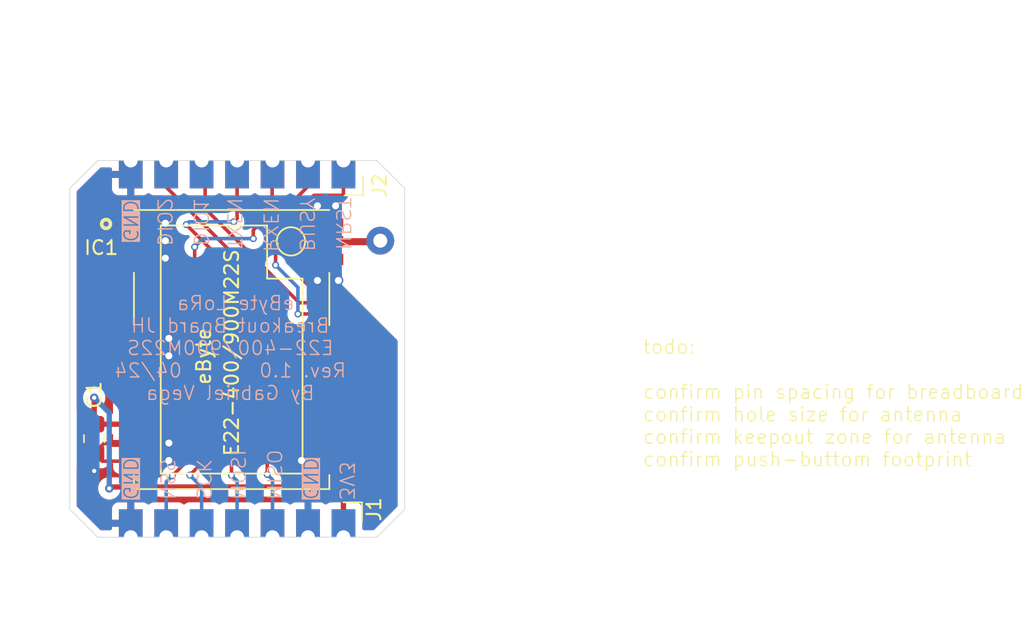
<source format=kicad_pcb>
(kicad_pcb (version 20240108) (generator "pcbnew") (generator_version "8.0")
  (title_block (title "eByte  E22-400/900M22S Breakout Board") (date "2024-04-07") (rev "1.0") (company "Libertalia Engineering") (comment 1 "eByte Breakoutboards") (comment 2 "Under Development") (comment 3 "Gabriel Vega") (comment 4 "Gabriel Vega") (comment 5 "1/1"))
  (layers (0 "F.Cu" signal) (31 "B.Cu" signal) (34 "B.Paste" user) (35 "F.Paste" user) (36 "B.SilkS" user "B.Silkscreen") (37 "F.SilkS" user "F.Silkscreen") (38 "B.Mask" user) (39 "F.Mask" user) (44 "Edge.Cuts" user))
  (net 0 "")
  (net 1 "+3V3")
  (net 2 "GND")
  (net 3 "/NRST")
  (net 4 "/MISO")
  (net 5 "/NSS")
  (net 6 "/MOSI")
  (net 7 "/SCK")
  (net 8 "/TXEN")
  (net 9 "/DIO1")
  (net 10 "/BUSY")
  (net 11 "/DIO2")
  (net 12 "/RXEN")
  (net 13 "/ANT")
  (footprint "Connector_PinHeader_2.54mm:PinHeader_1x07_P2.54mm_Vertical" (layer "F.Cu") (at 153.61 93 -90)
    (property "Reference" "J2" (at 1.8 -2.59 90) (layer "F.SilkS"))
    (property "Value" "Conn_01x07_Pin")
    (fp_line (start 1.17 -1.415) (end 2.5 -1.415) (stroke (width 0.12)) (layer "F.SilkS"))
    (fp_line (start 2.5 -1.415) (end 2.5 -0.085) (stroke (width 0.12)) (layer "F.SilkS"))
    (pad "1" thru_hole rect (at 0 0 270) (size 2 1.7) (drill 1 (offset 1 0)) (property pad_prop_castellated) (layers "*.Cu" "*.Mask") (net 3 "/NRST"))
    (pad "2" thru_hole rect (at 0 2.54 270) (size 2 1.7) (drill 1 (offset 1 0)) (property pad_prop_castellated) (layers "*.Cu" "*.Mask") (net 10 "/BUSY"))
    (pad "3" thru_hole rect (at 0 5.08 270) (size 2 1.7) (drill 1 (offset 1 0)) (property pad_prop_castellated) (layers "*.Cu" "*.Mask") (net 12 "/RXEN"))
    (pad "4" thru_hole rect (at 0 7.62 270) (size 2 1.7) (drill 1 (offset 1 0)) (property pad_prop_castellated) (layers "*.Cu" "*.Mask") (net 8 "/TXEN"))
    (pad "5" thru_hole rect (at 0 10.16 270) (size 2 1.7) (drill 1 (offset 1 0)) (property pad_prop_castellated) (layers "*.Cu" "*.Mask") (net 9 "/DIO1"))
    (pad "6" thru_hole rect (at 0 12.7 270) (size 2 1.7) (drill 1 (offset 1 0)) (property pad_prop_castellated) (layers "*.Cu" "*.Mask") (net 11 "/DIO2"))
    (pad "7" thru_hole rect (at 0 15.24 270) (size 2 1.7) (drill 1 (offset 1 0)) (property pad_prop_castellated) (layers "*.Cu" "*.Mask") (net 2 "GND"))
  )
  (footprint "Connector_PinHeader_2.54mm:PinHeader_1x07_P2.54mm_Vertical" (layer "F.Cu") (at 153.61 120 -90)
    (property "Reference" "J1" (at -2 -2.19 90) (layer "F.SilkS"))
    (property "Value" "Conn_01x07_Pin")
    (fp_line (start -2.5 0) (end -2.5 -1.33) (stroke (width 0.12)) (layer "F.SilkS"))
    (fp_line (start -2.5 -1.33) (end -1.17 -1.33) (stroke (width 0.12)) (layer "F.SilkS"))
    (pad "1" thru_hole rect (at 0 0 270) (size 2 1.7) (drill 1 (offset -1 0)) (property pad_prop_castellated) (layers "*.Cu" "*.Mask") (net 1 "+3V3"))
    (pad "2" thru_hole rect (at 0 2.54 270) (size 2 1.7) (drill 1 (offset -1 0)) (property pad_prop_castellated) (layers "*.Cu" "*.Mask") (net 2 "GND"))
    (pad "3" thru_hole rect (at 0 5.08 270) (size 2 1.7) (drill 1 (offset -1 0)) (property pad_prop_castellated) (layers "*.Cu" "*.Mask") (net 4 "/MISO"))
    (pad "4" thru_hole rect (at 0 7.62 270) (size 2 1.7) (drill 1 (offset -1 0)) (property pad_prop_castellated) (layers "*.Cu" "*.Mask") (net 6 "/MOSI"))
    (pad "5" thru_hole rect (at 0 10.16 270) (size 2 1.7) (drill 1 (offset -1 0)) (property pad_prop_castellated) (layers "*.Cu" "*.Mask") (net 7 "/SCK"))
    (pad "6" thru_hole rect (at 0 12.7 270) (size 2 1.7) (drill 1 (offset -1 0)) (property pad_prop_castellated) (layers "*.Cu" "*.Mask") (net 5 "/NSS"))
    (pad "7" thru_hole rect (at 0 15.24 270) (size 2 1.7) (drill 1 (offset -1 0)) (property pad_prop_castellated) (layers "*.Cu" "*.Mask") (net 2 "GND"))
  )
  (footprint "E22-900M22S:E22-900M22S" (layer "F.Cu") (at 145.6 106.55 180)
    (property "Reference" "IC1" (at 9.35 7.3 180) (layer "F.SilkS"))
    (property "Value" "E22-900M22S" (hide yes))
    (fp_line (start 7 10) (end -7 10) (stroke (width 0.127)) (layer "F.SilkS"))
    (fp_line (start 7 5.5) (end 7 1.75) (stroke (width 0.127)) (layer "F.SilkS"))
    (fp_line (start 7 -10) (end 7 -9) (stroke (width 0.127)) (layer "F.SilkS"))
    (fp_line (start 5.08 8.89) (end -2.54 8.89) (stroke (width 0.127)) (layer "F.SilkS"))
    (fp_line (start 5.08 -8.89) (end 5.08 8.89) (stroke (width 0.127)) (layer "F.SilkS"))
    (fp_line (start -2.54 8.89) (end -2.54 5.08) (stroke (width 0.127)) (layer "F.SilkS"))
    (fp_line (start -2.54 5.08) (end -5.08 5.08) (stroke (width 0.127)) (layer "F.SilkS"))
    (fp_line (start -5.08 5.08) (end -5.08 -8.89) (stroke (width 0.127)) (layer "F.SilkS"))
    (fp_line (start -5.08 -8.89) (end 5.08 -8.89) (stroke (width 0.127)) (layer "F.SilkS"))
    (fp_line (start -7 5.5) (end -7 1.75) (stroke (width 0.127)) (layer "F.SilkS"))
    (fp_line (start -7 -10) (end 7 -10) (stroke (width 0.127)) (layer "F.SilkS"))
    (fp_line (start -7 -10) (end -7 -9) (stroke (width 0.127)) (layer "F.SilkS"))
    (fp_circle (center 9 9) (end 9.381 9) (stroke (width 0.127)) (fill none) (layer "F.SilkS"))
    (fp_circle (center 9 9) (end 9.254 9) (stroke (width 0.127)) (fill none) (layer "F.SilkS"))
    (fp_circle (center -4.25 7.75) (end -3.234 7.75) (stroke (width 0.127)) (fill none) (layer "F.SilkS"))
    (fp_text user "E22-400/900M22S" (at 0 -0.23 -90) (layer "F.SilkS"))
    (fp_text user "eByte" (at 2 -0.48 -90) (layer "F.SilkS"))
    (pad "1" smd rect (at 7 9 180) (size 2 0.8) (layers "F.Cu" "F.Paste" "F.Mask") (net 2 "GND"))
    (pad "2" smd rect (at 7 7.73 180) (size 2 0.8) (layers "F.Cu" "F.Paste" "F.Mask") (net 2 "GND"))
    (pad "3" smd rect (at 7 6.46 180) (size 2 0.8) (layers "F.Cu" "F.Paste" "F.Mask") (net 2 "GND"))
    (pad "4" smd rect (at 7 0.89 180) (size 2 0.8) (layers "F.Cu" "F.Paste" "F.Mask") (net 2 "GND"))
    (pad "5" smd rect (at 7 -0.38 180) (size 2 0.8) (layers "F.Cu" "F.Paste" "F.Mask") (net 2 "GND"))
    (pad "6" smd rect (at 7 -1.65 180) (size 2 0.8) (layers "F.Cu" "F.Paste" "F.Mask") (net 12 "/RXEN"))
    (pad "7" smd rect (at 7 -2.92 180) (size 2 0.8) (layers "F.Cu" "F.Paste" "F.Mask") (net 8 "/TXEN"))
    (pad "8" smd rect (at 7 -4.19 180) (size 2 0.8) (layers "F.Cu" "F.Paste" "F.Mask") (net 11 "/DIO2"))
    (pad "9" smd rect (at 7 -5.46 180) (size 2 0.8) (layers "F.Cu" "F.Paste" "F.Mask") (net 1 "+3V3"))
    (pad "10" smd rect (at 7 -6.73 180) (size 2 0.8) (layers "F.Cu" "F.Paste" "F.Mask") (net 2 "GND"))
    (pad "11" smd rect (at 7 -8 180) (size 2 0.8) (layers "F.Cu" "F.Paste" "F.Mask") (net 2 "GND"))
    (pad "12" smd rect (at -7 -8 180) (size 2 0.8) (layers "F.Cu" "F.Paste" "F.Mask") (net 2 "GND"))
    (pad "13" smd rect (at -7 -6.73 180) (size 2 0.8) (layers "F.Cu" "F.Paste" "F.Mask") (net 9 "/DIO1"))
    (pad "14" smd rect (at -7 -5.46 180) (size 2 0.8) (layers "F.Cu" "F.Paste" "F.Mask") (net 10 "/BUSY"))
    (pad "15" smd rect (at -7 -4.19 180) (size 2 0.8) (layers "F.Cu" "F.Paste" "F.Mask") (net 3 "/NRST"))
    (pad "16" smd rect (at -7 -2.92 180) (size 2 0.8) (layers "F.Cu" "F.Paste" "F.Mask") (net 4 "/MISO"))
    (pad "17" smd rect (at -7 -1.65 180) (size 2 0.8) (layers "F.Cu" "F.Paste" "F.Mask") (net 6 "/MOSI"))
    (pad "18" smd rect (at -7 -0.38 180) (size 2 0.8) (layers "F.Cu" "F.Paste" "F.Mask") (net 7 "/SCK"))
    (pad "19" smd rect (at -7 0.89 180) (size 2 0.8) (layers "F.Cu" "F.Paste" "F.Mask") (net 5 "/NSS"))
    (pad "20" smd rect (at -7 6.46 180) (size 2 0.8) (layers "F.Cu" "F.Paste" "F.Mask") (net 2 "GND"))
    (pad "21" smd rect (at -7 7.73 180) (size 2 0.8) (layers "F.Cu" "F.Paste" "F.Mask") (net 13 "/ANT"))
    (pad "22" smd rect (at -7 9 180) (size 2 0.8) (layers "F.Cu" "F.Paste" "F.Mask") (net 2 "GND"))
  )
  (footprint "MountingHole:MountingHole_2.2mm_M2_DIN965_Pad" (layer "F.Cu") (at 156.25 98.75)
    (property "Reference" "H1" (hide yes))
    (property "Value" "COIL-ANTENA-MOUTING-HOLE")
    (pad "1" thru_hole circle (at 0 0) (size 2 2) (drill 1) (layers "*.Cu" "*.Mask") (net 13 "/ANT"))
  )
  (footprint "Capacitor_SMD:C_0805_2012Metric_Pad1.18x1.45mm_HandSolder" (layer "F.Cu") (at 135.75 112.9375 -90)
    (property "Reference" "C1" (at -3.1375 0 90) (layer "F.SilkS"))
    (property "Value" "100nF")
    (fp_line (start -0.261252 0.735) (end 0.261252 0.735) (stroke (width 0.12)) (layer "F.SilkS"))
    (fp_line (start -0.261252 -0.735) (end 0.261252 -0.735) (stroke (width 0.12)) (layer "F.SilkS"))
    (pad "1" smd roundrect (at -1.0375 0 270) (size 1.175 1.45) (layers "F.Cu" "F.Paste" "F.Mask") (roundrect_rratio 0.212766) (net 1 "+3V3"))
    (pad "2" smd roundrect (at 1.0375 0 270) (size 1.175 1.45) (layers "F.Cu" "F.Paste" "F.Mask") (roundrect_rratio 0.212766) (net 2 "GND"))
  )
  (gr_line (start 156 120) (end 158 118) (stroke (width 0.05)) (layer "Edge.Cuts"))
  (gr_line (start 158 118) (end 158 95) (stroke (width 0.05)) (layer "Edge.Cuts"))
  (gr_line (start 136 120) (end 134 118) (stroke (width 0.05)) (layer "Edge.Cuts"))
  (gr_line (start 156 93) (end 136 93) (stroke (width 0.05)) (layer "Edge.Cuts"))
  (gr_line (start 158 95) (end 156 93) (stroke (width 0.05)) (layer "Edge.Cuts"))
  (gr_line (start 136 120) (end 156 120) (stroke (width 0.05)) (layer "Edge.Cuts"))
  (gr_line (start 134 95) (end 134 118) (stroke (width 0.05)) (layer "Edge.Cuts"))
  (gr_line (start 134 95) (end 136 93) (stroke (width 0.05)) (layer "Edge.Cuts"))
  (gr_text "NRST" (at 153 95.6 270) (layer "B.SilkS") (effects (font (size 1 1) (thickness 0.1)) (justify right bottom mirror)))
  (gr_text "eByte LoRa \nBreakout Board JH\nE22-400/900M22S\nRev. 1.0 	04/24\nBy Gabriel Vega" (at 145.5 110.25 0) (layer "B.SilkS") (effects (font (size 1 1) (thickness 0.1)) (justify bottom mirror)))
  (gr_text "MISO" (at 148.05 117.4 -90) (layer "B.SilkS") (effects (font (size 1 1) (thickness 0.1)) (justify left bottom mirror)))
  (gr_text "MOSI" (at 145.45 117.4 270) (layer "B.SilkS") (effects (font (size 1 1) (thickness 0.1)) (justify left bottom mirror)))
  (gr_text "GND" (at 137.75 95.75 270) (layer "B.SilkS" knockout) (effects (font (size 1 1) (thickness 0.1)) (justify right bottom mirror)))
  (gr_text "3V3" (at 153.25 117.4 270) (layer "B.SilkS") (effects (font (size 1 1) (thickness 0.1)) (justify left bottom mirror)))
  (gr_text "TXEN" (at 145.2 95.6 270) (layer "B.SilkS") (effects (font (size 1 1) (thickness 0.1)) (justify right bottom mirror)))
  (gr_text "NSS" (at 140.4 117.4 270) (layer "B.SilkS") (effects (font (size 1 1) (thickness 0.1)) (justify left bottom mirror)))
  (gr_text "DIO2" (at 140.2 95.6 270) (layer "B.SilkS") (effects (font (size 1 1) (thickness 0.1)) (justify right bottom mirror)))
  (gr_text "RXEN" (at 147.8 95.6 270) (layer "B.SilkS") (effects (font (size 1 1) (thickness 0.1)) (justify right bottom mirror)))
  (gr_text "DIO1" (at 142.8 95.6 270) (layer "B.SilkS") (effects (font (size 1 1) (thickness 0.1)) (justify right bottom mirror)))
  (gr_text "GND" (at 137.75 117.4 270) (layer "B.SilkS" knockout) (effects (font (size 1 1) (thickness 0.1)) (justify left bottom mirror)))
  (gr_text "GND" (at 150.65 117.4 270) (layer "B.SilkS" knockout) (effects (font (size 1 1) (thickness 0.1)) (justify left bottom mirror)))
  (gr_text "BUSY" (at 150.4 95.6 270) (layer "B.SilkS") (effects (font (size 1 1) (thickness 0.1)) (justify right bottom mirror)))
  (gr_text "SCK" (at 143 117.4 270) (layer "B.SilkS") (effects (font (size 1 1) (thickness 0.1)) (justify left bottom mirror)))
  (gr_text "todo:\n\nconfirm pin spacing for breadboard\nconfirm hole size for antenna\nconfirm keepout zone for antenna\nconfirm push-buttom footprint" (at 175 115 0) (layer "F.SilkS") (effects (font (size 1 1) (thickness 0.1)) (justify left bottom)))
  (segment (start 135.4 111.9) (end 137.91 111.9) (width 0.381) (layer "F.Cu") (net 1))
  (segment (start 136.93 116.4) (end 153.2 116.4) (width 0.381) (layer "F.Cu") (net 1))
  (segment (start 153.2 116.4) (end 153.61 116.81) (width 0.381) (layer "F.Cu") (net 1))
  (segment (start 135.5 111.8) (end 135.4 111.9) (width 0.381) (layer "F.Cu") (net 1))
  (segment (start 135.75 110) (end 135.75 111.9) (width 0.381) (layer "F.Cu") (net 1))
  (segment (start 136.83 116.5) (end 136.93 116.4) (width 0.381) (layer "F.Cu") (net 1))
  (segment (start 153.61 116.81) (end 153.61 120) (width 0.381) (layer "F.Cu") (net 1))
  (segment (start 138.49 111.9) (end 138.6 112.01) (width 0.381) (layer "F.Cu") (net 1))
  (via (at 135.75 110) (size 0.6) (drill 0.3) (layers "F.Cu" "B.Cu") (net 1))
  (via (at 136.83 116.5) (size 0.6) (drill 0.3) (layers "F.Cu" "B.Cu") (net 1))
  (segment (start 135.75 110) (end 136.83 111.08) (width 0.381) (layer "B.Cu") (net 1))
  (segment (start 136.83 111.08) (end 136.83 116.5) (width 0.381) (layer "B.Cu") (net 1))
  (segment (start 151.75 96.25) (end 151.75 96.7) (width 0.254) (layer "F.Cu") (net 2))
  (segment (start 153.25 100.74) (end 152.6 100.09) (width 0.254) (layer "F.Cu") (net 2))
  (segment (start 138.6 113.28) (end 136.445 113.28) (width 0.254) (layer "F.Cu") (net 2))
  (segment (start 151.75 96.7) (end 152.6 97.55) (width 0.254) (layer "F.Cu") (net 2))
  (segment (start 140.8 97.55) (end 140.85 97.5) (width 0.254) (layer "F.Cu") (net 2))
  (segment (start 151.75 101.19) (end 152.85 100.09) (width 0.254) (layer "F.Cu") (net 2))
  (segment (start 138.94 100) (end 138.85 100.09) (width 0.381) (layer "F.Cu") (net 2))
  (segment (start 152.85 114.55) (end 150.65 114.55) (width 0.381) (layer "F.Cu") (net 2))
  (segment (start 141.05 114.55) (end 141.1 114.5) (width 0.381) (layer "F.Cu") (net 2))
  (segment (start 140.85 98.75) (end 138.92 98.75) (width 0.381) (layer "F.Cu") (net 2))
  (segment (start 138.9 97.5) (end 138.85 97.55) (width 0.254) (layer "F.Cu") (net 2))
  (segment (start 138.85 106.93) (end 141.03 106.93) (width 0.381) (layer "F.Cu") (net 2))
  (segment (start 138.6 114.55) (end 136.325 114.55) (width 0.254) (layer "F.Cu") (net 2))
  (segment (start 138.85 105.66) (end 141.01 105.66) (width 0.381) (layer "F.Cu") (net 2))
  (segment (start 152.6 97.55) (end 153.05 97.1) (width 0.254) (layer "F.Cu") (net 2))
  (segment (start 153.05 97.1) (end 153.05 96.25) (width 0.254) (layer "F.Cu") (net 2))
  (segment (start 140.85 100) (end 138.94 100) (width 0.381) (layer "F.Cu") (net 2))
  (segment (start 141.07 113.28) (end 141.1 113.25) (width 0.381) (layer "F.Cu") (net 2))
  (segment (start 138.85 113.28) (end 141.07 113.28) (width 0.381) (layer "F.Cu") (net 2))
  (segment (start 141.01 105.66) (end 141.1 105.75) (width 0.381) (layer "F.Cu") (net 2))
  (segment (start 136.445 113.28) (end 135.75 113.975) (width 0.254) (layer "F.Cu") (net 2))
  (segment (start 153.25 101.6) (end 153.25 100.74) (width 0.254) (layer "F.Cu") (net 2))
  (segment (start 138.85 114.55) (end 141.05 114.55) (width 0.381) (layer "F.Cu") (net 2))
  (segment (start 136.325 114.55) (end 135.75 113.975) (width 0.254) (layer "F.Cu") (net 2))
  (segment (start 135.75 113.8625) (end 135.75 115.25) (width 0.381) (layer "F.Cu") (net 2))
  (segment (start 150.65 114.55) (end 150.6 114.5) (width 0.381) (layer "F.Cu") (net 2))
  (segment (start 151.75 101.6) (end 151.75 101.19) (width 0.254) (layer "F.Cu") (net 2))
  (segment (start 138.92 98.75) (end 138.85 98.82) (width 0.381) (layer "F.Cu") (net 2))
  (segment (start 141.03 106.93) (end 141.1 107) (width 0.381) (layer "F.Cu") (net 2))
  (segment (start 151.07 118.67) (end 151.07 120) (width 0.381) (layer "F.Cu") (net 2))
  (segment (start 140.85 97.5) (end 138.9 97.5) (width 0.254) (layer "F.Cu") (net 2))
  (via (at 140.85 98.75) (size 0.7) (drill 0.5) (layers "F.Cu" "B.Cu") (net 2))
  (via (at 140.85 97.5) (size 0.7) (drill 0.5) (layers "F.Cu" "B.Cu") (net 2))
  (via (at 151.75 101.6) (size 0.7) (drill 0.5) (layers "F.Cu" "B.Cu") (net 2))
  (via (at 141.1 113.25) (size 0.7) (drill 0.5) (layers "F.Cu" "B.Cu") (net 2))
  (via (at 150.6 114.5) (size 0.7) (drill 0.5) (layers "F.Cu" "B.Cu") (net 2))
  (via (at 135.75 115.25) (size 0.5) (drill 0.3) (layers "F.Cu" "B.Cu") (net 2))
  (via (at 153.05 96.25) (size 0.7) (drill 0.5) (layers "F.Cu" "B.Cu") (net 2))
  (via (at 141.1 105.75) (size 0.7) (drill 0.5) (layers "F.Cu" "B.Cu") (net 2))
  (via (at 151.75 96.25) (size 0.7) (drill 0.5) (layers "F.Cu" "B.Cu") (net 2))
  (via (at 141.1 107) (size 0.7) (drill 0.5) (layers "F.Cu" "B.Cu") (net 2))
  (via (at 141.1 114.5) (size 0.7) (drill 0.5) (layers "F.Cu" "B.Cu") (net 2))
  (via (at 153.25 101.6) (size 0.7) (drill 0.5) (layers "F.Cu" "B.Cu") (net 2))
  (via (at 140.85 100) (size 0.7) (drill 0.5) (layers "F.Cu" "B.Cu") (net 2))
  (segment (start 150.25 115.7) (end 149.35 114.8) (width 0.254) (layer "F.Cu") (net 3))
  (segment (start 153.61 93) (end 153.61 95.39) (width 0.254) (layer "F.Cu") (net 3))
  (segment (start 153.4 102.4) (end 156.57 105.57) (width 0.254) (layer "F.Cu") (net 3))
  (segment (start 151.55 102.4) (end 153.4 102.4) (width 0.254) (layer "F.Cu") (net 3))
  (segment (start 150.643 101.493) (end 151.55 102.4) (width 0.254) (layer "F.Cu") (net 3))
  (segment (start 153.5 92.75) (end 153.5 94.75) (width 0.254) (layer "F.Cu") (net 3))
  (segment (start 151.5 95.5) (end 150.643 96.357) (width 0.254) (layer "F.Cu") (net 3))
  (segment (start 149.35 114.8) (end 149.35 112.4) (width 0.254) (layer "F.Cu") (net 3))
  (segment (start 153.61 95.39) (end 153.5 95.5) (width 0.254) (layer "F.Cu") (net 3))
  (segment (start 150.643 96.357) (end 150.643 101.493) (width 0.254) (layer "F.Cu") (net 3))
  (segment (start 153.5 95.5) (end 151.5 95.5) (width 0.254) (layer "F.Cu") (net 3))
  (segment (start 151.01 110.74) (end 152.6 110.74) (width 0.254) (layer "F.Cu") (net 3))
  (segment (start 156.57 113.58) (end 154.45 115.7) (width 0.254) (layer "F.Cu") (net 3))
  (segment (start 149.35 112.4) (end 151.01 110.74) (width 0.254) (layer "F.Cu") (net 3))
  (segment (start 156.57 105.57) (end 156.57 113.58) (width 0.254) (layer "F.Cu") (net 3))
  (segment (start 154.45 115.7) (end 150.25 115.7) (width 0.254) (layer "F.Cu") (net 3))
  (segment (start 153.86 93.964) (end 153.86 93) (width 0.254) (layer "F.Cu") (net 3))
  (segment (start 150.58 109.47) (end 152.85 109.47) (width 0.254) (layer "F.Cu") (net 4))
  (segment (start 148.13 111.92) (end 150.58 109.47) (width 0.254) (layer "F.Cu") (net 4))
  (segment (start 148.15 111.94) (end 148.13 111.92) (width 0.254) (layer "F.Cu") (net 4))
  (segment (start 148.15 115.5) (end 148.15 111.94) (width 0.254) (layer "F.Cu") (net 4))
  (via (at 148.15 115.5) (size 0.5) (drill 0.3) (layers "F.Cu" "B.Cu") (net 4))
  (segment (start 148.53 115.88) (end 148.15 115.5) (width 0.254) (layer "B.Cu") (net 4))
  (segment (start 148.15 115.5) (end 148.13 115.52) (width 0.254) (layer "B.Cu") (net 4))
  (segment (start 148.53 120) (end 148.53 115.88) (width 0.254) (layer "B.Cu") (net 4))
  (segment (start 143.55 111.4) (end 149.29 105.66) (width 0.254) (layer "F.Cu") (net 5))
  (segment (start 141.35 115.6) (end 143.55 113.4) (width 0.254) (layer "F.Cu") (net 5))
  (segment (start 149.29 105.66) (end 152.85 105.66) (width 0.254) (layer "F.Cu") (net 5))
  (segment (start 143.55 113.4) (end 143.55 111.4) (width 0.254) (layer "F.Cu") (net 5))
  (via (at 141.35 115.6) (size 0.5) (drill 0.3) (layers "F.Cu" "B.Cu") (net 5))
  (segment (start 140.91 116.04) (end 141.35 115.6) (width 0.254) (layer "B.Cu") (net 5))
  (segment (start 140.91 120) (end 140.91 116.04) (width 0.254) (layer "B.Cu") (net 5))
  (segment (start 145.59 115.56) (end 145.59 112.56) (width 0.254) (layer "F.Cu") (net 6))
  (segment (start 145.59 112.56) (end 149.95 108.2) (width 0.254) (layer "F.Cu") (net 6))
  (segment (start 149.95 108.2) (end 152.85 108.2) (width 0.254) (layer "F.Cu") (net 6))
  (via (at 145.59 115.56) (size 0.5) (drill 0.3) (layers "F.Cu" "B.Cu") (net 6))
  (segment (start 145.99 120) (end 145.99 115.96) (width 0.254) (layer "B.Cu") (net 6))
  (segment (start 145.99 115.96) (end 145.59 115.56) (width 0.254) (layer "B.Cu") (net 6))
  (segment (start 142.6 115.55) (end 144.35 113.8) (width 0.254) (layer "F.Cu") (net 7))
  (segment (start 144.35 112) (end 149.42 106.93) (width 0.254) (layer "F.Cu") (net 7))
  (segment (start 144.35 113.8) (end 144.35 112) (width 0.254) (layer "F.Cu") (net 7))
  (segment (start 149.42 106.93) (end 152.85 106.93) (width 0.254) (layer "F.Cu") (net 7))
  (via (at 142.6 115.55) (size 0.5) (drill 0.3) (layers "F.Cu" "B.Cu") (net 7))
  (segment (start 143.45 120) (end 143.45 116.4) (width 0.254) (layer "B.Cu") (net 7))
  (segment (start 143.45 116.4) (end 142.6 115.55) (width 0.254) (layer "B.Cu") (net 7))
  (segment (start 142.08 109.47) (end 138.85 109.47) (width 0.254) (layer "F.Cu") (net 8))
  (segment (start 144.75 100) (end 144.75 106.8) (width 0.254) (layer "F.Cu") (net 8))
  (segment (start 145.75 97.4) (end 145.99 97.16) (width 0.254) (layer "F.Cu") (net 8))
  (segment (start 146.4 93.16) (end 146.24 93) (width 0.254) (layer "F.Cu") (net 8))
  (segment (start 145.99 97.16) (end 145.99 93) (width 0.254) (layer "F.Cu") (net 8))
  (segment (start 144.75 106.8) (end 142.08 109.47) (width 0.254) (layer "F.Cu") (net 8))
  (segment (start 142.35 97.6) (end 144.75 100) (width 0.254) (layer "F.Cu") (net 8))
  (via (at 145.75 97.4) (size 0.5) (drill 0.3) (layers "F.Cu" "B.Cu") (net 8))
  (via (at 142.35 97.6) (size 0.5) (drill 0.3) (layers "F.Cu" "B.Cu") (net 8))
  (segment (start 142.35 97.6) (end 142.55 97.4) (width 0.254) (layer "B.Cu") (net 8))
  (segment (start 142.55 97.4) (end 145.75 97.4) (width 0.254) (layer "B.Cu") (net 8))
  (segment (start 150.45 103.2) (end 143.7 96.45) (width 0.254) (layer "F.Cu") (net 9))
  (segment (start 153.2 103.2) (end 150.45 103.2) (width 0.254) (layer "F.Cu") (net 9))
  (segment (start 143.7 96.45) (end 143.7 93) (width 0.254) (layer "F.Cu") (net 9))
  (segment (start 154.67 113.28) (end 155.55 112.4) (width 0.254) (layer "F.Cu") (net 9))
  (segment (start 152.85 113.28) (end 154.67 113.28) (width 0.254) (layer "F.Cu") (net 9))
  (segment (start 155.55 112.4) (end 155.55 105.55) (width 0.254) (layer "F.Cu") (net 9))
  (segment (start 155.55 105.55) (end 153.2 103.2) (width 0.254) (layer "F.Cu") (net 9))
  (segment (start 151.07 94.855) (end 151.07 93) (width 0.254) (layer "F.Cu") (net 10))
  (segment (start 154.75 107.6) (end 154.75 106.2) (width 0.254) (layer "F.Cu") (net 10))
  (segment (start 150.35 104) (end 153.05 104) (width 0.254) (layer "F.Cu") (net 10))
  (segment (start 148.75 97.175) (end 151.07 94.855) (width 0.254) (layer "F.Cu") (net 10))
  (segment (start 153.05 104) (end 154.75 105.7) (width 0.254) (layer "F.Cu") (net 10))
  (segment (start 153.74 112.01) (end 152.85 112.01) (width 0.254) (layer "F.Cu") (net 10))
  (segment (start 154.75 105.7) (end 154.75 111) (width 0.254) (layer "F.Cu") (net 10))
  (segment (start 154.75 111) (end 153.74 112.01) (width 0.254) (layer "F.Cu") (net 10))
  (segment (start 148.75 100.5) (end 148.75 97.175) (width 0.254) (layer "F.Cu") (net 10))
  (via (at 148.75 100.5) (size 0.5) (drill 0.3) (layers "F.Cu" "B.Cu") (net 10))
  (via (at 150.35 104) (size 0.5) (drill 0.3) (layers "F.Cu" "B.Cu") (net 10))
  (segment (start 148.75 100.5) (end 150.35 102.1) (width 0.254) (layer "B.Cu") (net 10))
  (segment (start 150.35 102.1) (end 150.35 104) (width 0.254) (layer "B.Cu") (net 10))
  (segment (start 140.91 94.91) (end 146.15 100.15) (width 0.254) (layer "F.Cu") (net 11))
  (segment (start 142.41 110.74) (end 138.85 110.74) (width 0.254) (layer "F.Cu") (net 11))
  (segment (start 140.91 93) (end 140.91 94.91) (width 0.254) (layer "F.Cu") (net 11))
  (segment (start 146.15 107) (end 142.41 110.74) (width 0.254) (layer "F.Cu") (net 11))
  (segment (start 141.16 94.609962) (end 141.16 93) (width 0.254) (layer "F.Cu") (net 11))
  (segment (start 146.15 100.15) (end 146.15 107) (width 0.254) (layer "F.Cu") (net 11))
  (segment (start 142.95 107.2) (end 141.95 108.2) (width 0.254) (layer "F.Cu") (net 12))
  (segment (start 148.5 96.65) (end 147.15 98) (width 0.254) (layer "F.Cu") (net 12))
  (segment (start 142.95 99.2) (end 142.95 107.2) (width 0.254) (layer "F.Cu") (net 12))
  (segment (start 141.95 108.2) (end 138.85 108.2) (width 0.254) (layer "F.Cu") (net 12))
  (segment (start 147.15 98.6) (end 147.15 98) (width 0.254) (layer "F.Cu") (net 12))
  (segment (start 149 93.22) (end 148.78 93) (width 0.254) (layer "F.Cu") (net 12))
  (segment (start 148.5 93) (end 148.5 96.65) (width 0.254) (layer "F.Cu") (net 12))
  (via (at 147.15 98.6) (size 0.5) (drill 0.3) (layers "F.Cu" "B.Cu") (net 12))
  (via (at 142.95 99.2) (size 0.5) (drill 0.3) (layers "F.Cu" "B.Cu") (net 12))
  (segment (start 142.95 99.2) (end 143.55 98.6) (width 0.254) (layer "B.Cu") (net 12))
  (segment (start 143.55 98.6) (end 147.15 98.6) (width 0.254) (layer "B.Cu") (net 12))
  (segment (start 156.25 98.75) (end 156.5 98.75) (width 0.508) (layer "F.Cu") (net 13))
  (segment (start 156.18 98.82) (end 156.25 98.75) (width 0.508) (layer "F.Cu") (net 13))
  (segment (start 152.6 98.82) (end 156.18 98.82) (width 0.508) (layer "F.Cu") (net 13))
  (zone (net 2) (net_name "GND") (layers "F&B.Cu") (connect_pads (clearance 0.5)) (min_thickness 0.25) (fill yes (thermal_gap 0.5) (thermal_bridge_width 0.5))
    (polygon (pts (xy 129 90.75) (xy 161.75 90.75) (xy 161.75 122.5) (xy 129 122.5)))
  )
  (zone (net 0) (net_name "") (layers "F&B.Cu") (connect_pads (clearance 0)) (min_thickness 0.25)
    (keepout (tracks allowed) (vias allowed) (pads allowed) (copperpour not_allowed) (footprints allowed))
    (fill (thermal_gap 0.5) (thermal_bridge_width 0.5))
    (polygon (pts (xy 159 106.3) (xy 157.9 106.3) (xy 153.5 101.9) (xy 153.5 96.1) (xy 155.75 93.85) (xy 159 93.85)))
  )
)
</source>
